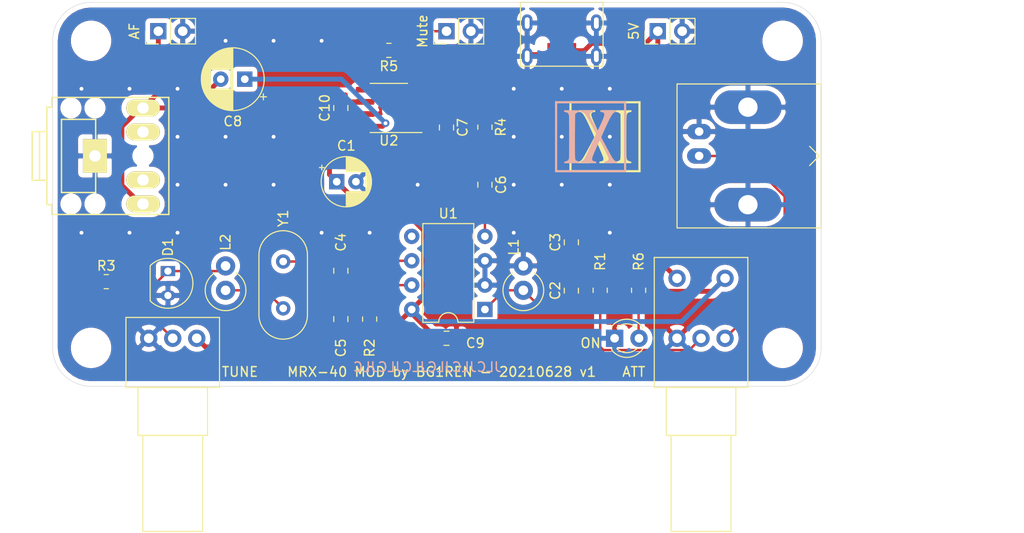
<source format=kicad_pcb>
(kicad_pcb (version 20171130) (host pcbnew "(5.1.9-0-10_14)")
  (layers (0 F.Cu signal) (31 B.Cu signal) (34 B.Paste user) (35 F.Paste user) (36 B.SilkS user) (37 F.SilkS user) (38 B.Mask user) (39 F.Mask user) (44 Edge.Cuts user))
  (net 0 "")
  (net 1 /AF_OUT)
  (net 2 GND)
  (net 3 /5V)
  (net 4 /RF)
  (net 5 "Net-(C2-Pad1)")
  (net 6 "Net-(C4-Pad2)")
  (net 7 "Net-(C4-Pad1)")
  (net 8 /AF)
  (net 9 "Net-(C6-Pad1)")
  (net 10 "Net-(C7-Pad1)")
  (net 11 "Net-(C8-Pad1)")
  (net 12 "Net-(D1-Pad1)")
  (net 13 /ANT)
  (net 14 /MUTE)
  (net 15 /5V_in)
  (net 16 "Net-(L2-Pad1)")
  (net 17 "Net-(R1-Pad2)")
  (net 18 "Net-(R3-Pad1)")
  (net 19 "Net-(R4-Pad1)")
  (net 20 "Net-(R5-Pad2)")
  (net 21 "Net-(D2-Pad2)")
  (module Connector_PinHeader_2.54mm:PinHeader_1x02_P2.54mm_Vertical (layer F.Cu) (at 113 139 90)
    (fp_text reference J5 hide)
    (fp_text value AF (at 0 -2.5 90) (layer F.SilkS))
    (pad 2 thru_hole oval (at 0 2.54 90) (size 1.7 1.7) (drill 1) (layers *.Cu *.Mask) (net 2 GND))
    (pad 1 thru_hole rect (at 0 0 90) (size 1.7 1.7) (drill 1) (layers *.Cu *.Mask) (net 1 /AF_OUT))
  )
  (module bg1ren:Tayda_3.5mm_stereo_TRS_jack_A-853 (layer F.Cu) (at 108 152 90)
    (fp_text reference AF1 hide)
    (fp_text value AudioJack3_SwitchTR hide)
    (pad "" np_thru_hole circle (at 0 3.404 90) (size 1.2 1.2) (drill 1.2) (layers *.Cu *.Mask))
    (pad "" np_thru_hole circle (at -5 -4.096 90) (size 1.2 1.2) (drill 1.2) (layers *.Cu *.Mask))
    (pad "" np_thru_hole circle (at -5 -1.596 90) (size 1.2 1.2) (drill 1.2) (layers *.Cu *.Mask))
    (pad "" np_thru_hole circle (at 5 -4.096 90) (size 1.2 1.2) (drill 1.2) (layers *.Cu *.Mask))
    (pad "" np_thru_hole circle (at 5 -1.596 90) (size 1.2 1.2) (drill 1.2) (layers *.Cu *.Mask))
    (pad TN thru_hole oval (at -2.5 3.41 90) (size 1.75 3.5) (drill 1.2) (layers *.Cu *.Mask F.SilkS))
    (pad RN thru_hole oval (at 2.5 3.41 90) (size 1.75 3.5) (drill 1.2) (layers *.Cu *.Mask F.SilkS))
    (pad T thru_hole oval (at -5 3.41 90) (size 1.75 3.5) (drill 1.2) (layers *.Cu *.Mask F.SilkS) (net 1 /AF_OUT))
    (pad R thru_hole oval (at 5 3.41 90) (size 1.75 3.5) (drill 1.2) (layers *.Cu *.Mask F.SilkS) (net 1 /AF_OUT))
    (pad S thru_hole rect (at 0 -1.596 90) (size 3.5 2.5) (drill 1.2) (layers *.Cu *.Mask F.SilkS) (net 2 GND))
  )
  (module bg1ren:MicroUSB5P-A01SB141B1-261 (layer F.Cu) (at 155 136 180)
    (fp_text reference J3 hide)
    (fp_text value USB_B_Micro)
    (pad "" np_thru_hole circle (at -2 -4.3 180) (size 0.55 0.55) (drill 0.55) (layers *.Cu *.Mask))
    (pad "" np_thru_hole circle (at 2 -4.3 180) (size 0.55 0.55) (drill 0.55) (layers *.Cu *.Mask))
    (pad 1 smd rect (at -1.3 -5.31 180) (size 0.4 2.15) (layers F.Cu F.Paste F.Mask) (net 15 /5V_in))
    (pad 2 smd rect (at -0.65 -5.31 180) (size 0.4 2.15) (layers F.Cu F.Paste F.Mask))
    (pad 5 smd rect (at 1.3 -5.31 180) (size 0.4 2.15) (layers F.Cu F.Paste F.Mask) (net 2 GND))
    (pad 4 smd rect (at 0.65 -5.31 180) (size 0.4 2.15) (layers F.Cu F.Paste F.Mask))
    (pad 3 smd rect (at 0 -5.31 180) (size 0.4 2.15) (layers F.Cu F.Paste F.Mask))
    (pad 6 thru_hole oval (at -3.6 -5.62 180) (size 1.1 1.8) (drill oval 0.5 1.2) (layers *.Cu *.Mask) (net 2 GND))
    (pad 6 thru_hole oval (at 3.6 -5.62 180) (size 1.1 1.8) (drill oval 0.5 1.2) (layers *.Cu *.Mask) (net 2 GND))
    (pad 6 thru_hole oval (at -3.6 -2.15 180) (size 1.1 1.8) (drill oval 0.5 1.2) (layers *.Cu *.Mask) (net 2 GND))
    (pad 6 thru_hole oval (at 3.6 -2.15 180) (size 1.1 1.8) (drill oval 0.5 1.2) (layers *.Cu *.Mask) (net 2 GND))
  )
  (module bg1ren:BNC_Amphenol_B6252HB-NPP3G-50_Horizontal (layer F.Cu) (at 169.3 152 270)
    (fp_text reference J1 hide)
    (fp_text value Ant)
    (pad 2 thru_hole oval (at -2.54 0 270) (size 1.6 2.5) (drill 0.89) (layers *.Cu *.Mask) (net 2 GND))
    (pad 1 thru_hole oval (at 0 0 270) (size 1.6 2.5) (drill 0.89) (layers *.Cu *.Mask) (net 13 /ANT))
    (pad 2 thru_hole oval (at 5.08 -5.08 270) (size 3.5 7) (drill 2.01) (layers *.Cu *.Mask) (net 2 GND))
    (pad 2 thru_hole oval (at -5.08 -5.08 270) (size 3.5 7) (drill 2.01) (layers *.Cu *.Mask) (net 2 GND))
  )
  (module xi:xi-logo-c-08_08 (layer B.Cu) (at 158 150 180)
    (fp_text reference G*** hide)
    (fp_text value LOGO hide)
  )
  (module xi:xi-logo-c-08_08 (layer F.Cu) (at 159.5 150)
    (fp_text reference G*** hide)
    (fp_text value LOGO hide)
  )
  (module Capacitor_THT:CP_Radial_D5.0mm_P2.00mm (layer F.Cu) (at 131.572 154.686)
    (fp_text reference C1 (at 1 -3.75) (layer F.SilkS))
    (fp_text value 220u)
    (pad 2 thru_hole circle (at 2 0) (size 1.6 1.6) (drill 0.8) (layers *.Cu *.Mask) (net 2 GND))
    (pad 1 thru_hole rect (at 0 0) (size 1.6 1.6) (drill 0.8) (layers *.Cu *.Mask) (net 3 /5V))
  )
  (module Resistor_SMD:R_0805_2012Metric_Pad1.20x1.40mm_HandSolder (layer F.Cu) (at 163 166 90)
    (fp_text reference R6 (at 3 0 90) (layer F.SilkS))
    (fp_text value 10K)
    (pad 2 smd roundrect (at 1 0 90) (size 1.2 1.4) (layers F.Cu F.Paste F.Mask) (roundrect_rratio 0.2083325) (net 3 /5V))
    (pad 1 smd roundrect (at -1 0 90) (size 1.2 1.4) (layers F.Cu F.Paste F.Mask) (roundrect_rratio 0.2083325) (net 21 "Net-(D2-Pad2)"))
  )
  (module LED_THT:LED_D3.0mm (layer F.Cu) (at 160.5 171)
    (fp_text reference D2 hide)
    (fp_text value ON (at -2.5 0.5) (layer F.SilkS))
    (pad 2 thru_hole circle (at 2.54 0) (size 1.8 1.8) (drill 0.9) (layers *.Cu *.Mask) (net 21 "Net-(D2-Pad2)"))
    (pad 1 thru_hole rect (at 0 0) (size 1.8 1.8) (drill 0.9) (layers *.Cu *.Mask) (net 2 GND))
  )
  (module Capacitor_SMD:C_0805_2012Metric_Pad1.18x1.45mm_HandSolder (layer F.Cu) (at 132 147 90)
    (fp_text reference C10 (at 0 -1.68 90) (layer F.SilkS))
    (fp_text value 10n)
    (pad 2 smd roundrect (at 1.0375 0 90) (size 1.175 1.45) (layers F.Cu F.Paste F.Mask) (roundrect_rratio 0.2127659574468085) (net 3 /5V))
    (pad 1 smd roundrect (at -1.0375 0 90) (size 1.175 1.45) (layers F.Cu F.Paste F.Mask) (roundrect_rratio 0.2127659574468085) (net 2 GND))
  )
  (module Capacitor_SMD:C_0805_2012Metric_Pad1.18x1.45mm_HandSolder (layer F.Cu) (at 143 171)
    (fp_text reference C9 (at 3 0.5) (layer F.SilkS))
    (fp_text value 10n)
    (pad 2 smd roundrect (at 1.0375 0) (size 1.175 1.45) (layers F.Cu F.Paste F.Mask) (roundrect_rratio 0.2127659574468085) (net 2 GND))
    (pad 1 smd roundrect (at -1.0375 0) (size 1.175 1.45) (layers F.Cu F.Paste F.Mask) (roundrect_rratio 0.2127659574468085) (net 3 /5V))
  )
  (module Connector_PinHeader_2.54mm:PinHeader_1x02_P2.54mm_Vertical (layer F.Cu) (at 165 139 90)
    (fp_text reference J4 hide)
    (fp_text value 5V (at 0 -2.5 90) (layer F.SilkS))
    (pad 2 thru_hole oval (at 0 2.54 90) (size 1.7 1.7) (drill 1) (layers *.Cu *.Mask) (net 2 GND))
    (pad 1 thru_hole rect (at 0 0 90) (size 1.7 1.7) (drill 1) (layers *.Cu *.Mask) (net 15 /5V_in))
  )
  (module MountingHole:MountingHole_3.2mm_M3 (layer F.Cu) (at 106 140)
    (fp_text reference REF** hide)
    (fp_text value MountingHole_3.2mm_M3)
    (pad 1 np_thru_hole circle (at 0 0) (size 3.2 3.2) (drill 3.2) (layers *.Cu *.Mask))
  )
  (module MountingHole:MountingHole_3.2mm_M3 (layer F.Cu) (at 106 172)
    (fp_text reference REF** hide)
    (fp_text value MountingHole_3.2mm_M3)
    (pad 1 np_thru_hole circle (at 0 0) (size 3.2 3.2) (drill 3.2) (layers *.Cu *.Mask))
  )
  (module MountingHole:MountingHole_3.2mm_M3 (layer F.Cu) (at 178 140)
    (fp_text reference REF** hide)
    (fp_text value MountingHole_3.2mm_M3)
    (pad 1 np_thru_hole circle (at 0 0) (size 3.2 3.2) (drill 3.2) (layers *.Cu *.Mask))
  )
  (module MountingHole:MountingHole_3.2mm_M3 (layer F.Cu) (at 178 172)
    (fp_text reference REF** hide)
    (fp_text value MountingHole_3.2mm_M3)
    (pad 1 np_thru_hole circle (at 0 0) (size 3.2 3.2) (drill 3.2) (layers *.Cu *.Mask))
  )
  (module Inductor_THT:L_Axial_L9.5mm_D4.0mm_P2.54mm_Vertical_Fastron_SMCC (layer F.Cu) (at 120 166 90)
    (fp_text reference L2 (at 5 0 90) (layer F.SilkS))
    (fp_text value 15u)
    (pad 2 thru_hole oval (at 2.54 0 90) (size 2 2) (drill 1) (layers *.Cu *.Mask) (net 12 "Net-(D1-Pad1)"))
    (pad 1 thru_hole circle (at 0 0 90) (size 2 2) (drill 1) (layers *.Cu *.Mask) (net 16 "Net-(L2-Pad1)"))
  )
  (module Inductor_THT:L_Axial_L9.5mm_D4.0mm_P2.54mm_Vertical_Fastron_SMCC (layer F.Cu) (at 151 166 90)
    (fp_text reference L1 (at 4.5 -1 90) (layer F.SilkS))
    (fp_text value 5.6u)
    (pad 2 thru_hole oval (at 2.54 0 90) (size 2 2) (drill 1) (layers *.Cu *.Mask) (net 2 GND))
    (pad 1 thru_hole circle (at 0 0 90) (size 2 2) (drill 1) (layers *.Cu *.Mask) (net 5 "Net-(C2-Pad1)"))
  )
  (module Crystal:Crystal_HC49-U_Vertical (layer F.Cu) (at 126 163 270)
    (fp_text reference Y1 (at -4.5 0 90) (layer F.SilkS))
    (fp_text value 7.023)
    (pad 2 thru_hole circle (at 4.88 0 270) (size 1.5 1.5) (drill 0.8) (layers *.Cu *.Mask) (net 16 "Net-(L2-Pad1)"))
    (pad 1 thru_hole circle (at 0 0 270) (size 1.5 1.5) (drill 0.8) (layers *.Cu *.Mask) (net 6 "Net-(C4-Pad2)"))
  )
  (module Package_SO:SOIC-8_3.9x4.9mm_P1.27mm (layer F.Cu) (at 137 147 180)
    (fp_text reference U2 (at 0 -3.4) (layer F.SilkS))
    (fp_text value FM8002A)
    (pad 8 smd roundrect (at 2.475 -1.905 180) (size 1.95 0.6) (layers F.Cu F.Paste F.Mask) (net 11 "Net-(C8-Pad1)"))
    (pad 7 smd roundrect (at 2.475 -0.635 180) (size 1.95 0.6) (layers F.Cu F.Paste F.Mask) (net 2 GND))
    (pad 6 smd roundrect (at 2.475 0.635 180) (size 1.95 0.6) (layers F.Cu F.Paste F.Mask) (net 3 /5V))
    (pad 5 smd roundrect (at 2.475 1.905 180) (size 1.95 0.6) (layers F.Cu F.Paste F.Mask) (net 20 "Net-(R5-Pad2)"))
    (pad 4 smd roundrect (at -2.475 1.905 180) (size 1.95 0.6) (layers F.Cu F.Paste F.Mask) (net 19 "Net-(R4-Pad1)"))
    (pad 3 smd roundrect (at -2.475 0.635 180) (size 1.95 0.6) (layers F.Cu F.Paste F.Mask) (net 10 "Net-(C7-Pad1)"))
    (pad 2 smd roundrect (at -2.475 -0.635 180) (size 1.95 0.6) (layers F.Cu F.Paste F.Mask) (net 10 "Net-(C7-Pad1)"))
    (pad 1 smd roundrect (at -2.475 -1.905 180) (size 1.95 0.6) (layers F.Cu F.Paste F.Mask) (net 14 /MUTE))
  )
  (module Package_DIP:DIP-8_W7.62mm (layer F.Cu) (at 147 168 180)
    (fp_text reference U1 (at 3.81 10) (layer F.SilkS))
    (fp_text value NE602)
    (pad 8 thru_hole oval (at 7.62 0 180) (size 1.6 1.6) (drill 0.8) (layers *.Cu *.Mask) (net 3 /5V))
    (pad 4 thru_hole oval (at 0 7.62 180) (size 1.6 1.6) (drill 0.8) (layers *.Cu *.Mask) (net 8 /AF))
    (pad 7 thru_hole oval (at 7.62 2.54 180) (size 1.6 1.6) (drill 0.8) (layers *.Cu *.Mask) (net 7 "Net-(C4-Pad1)"))
    (pad 3 thru_hole oval (at 0 5.08 180) (size 1.6 1.6) (drill 0.8) (layers *.Cu *.Mask) (net 2 GND))
    (pad 6 thru_hole oval (at 7.62 5.08 180) (size 1.6 1.6) (drill 0.8) (layers *.Cu *.Mask) (net 6 "Net-(C4-Pad2)"))
    (pad 2 thru_hole oval (at 0 2.54 180) (size 1.6 1.6) (drill 0.8) (layers *.Cu *.Mask) (net 2 GND))
    (pad 5 thru_hole oval (at 7.62 7.62 180) (size 1.6 1.6) (drill 0.8) (layers *.Cu *.Mask))
    (pad 1 thru_hole rect (at 0 0 180) (size 1.6 1.6) (drill 0.8) (layers *.Cu *.Mask) (net 5 "Net-(C2-Pad1)"))
  )
  (module bg1ren:Potentiometer_Alps_RK097_Single_Horizontal (layer F.Cu) (at 112 171 270)
    (fp_text reference RV2 hide)
    (fp_text value 10K)
    (pad 1 thru_hole circle (at 0 0 270) (size 1.8 1.8) (drill 1) (layers *.Cu *.Mask) (net 2 GND))
    (pad 2 thru_hole circle (at 0 -2.5 270) (size 1.8 1.8) (drill 1) (layers *.Cu *.Mask) (net 18 "Net-(R3-Pad1)"))
    (pad 3 thru_hole circle (at 0 -5 270) (size 1.8 1.8) (drill 1) (layers *.Cu *.Mask) (net 3 /5V))
  )
  (module bg1ren:Potentiometer_Alps_RK097_Single_SW_Horizontal (layer F.Cu) (at 167 171 270)
    (fp_text reference RV1 hide)
    (fp_text value 10K)
    (pad 4 thru_hole circle (at -6.25 0 270) (size 1.8 1.8) (drill 1) (layers *.Cu *.Mask) (net 15 /5V_in))
    (pad 5 thru_hole circle (at -6.25 -5 270) (size 1.8 1.8) (drill 1) (layers *.Cu *.Mask) (net 3 /5V))
    (pad 1 thru_hole circle (at 0 0 270) (size 1.8 1.8) (drill 1) (layers *.Cu *.Mask) (net 2 GND))
    (pad 2 thru_hole circle (at 0 -2.5 270) (size 1.8 1.8) (drill 1) (layers *.Cu *.Mask) (net 17 "Net-(R1-Pad2)"))
    (pad 3 thru_hole circle (at 0 -5 270) (size 1.8 1.8) (drill 1) (layers *.Cu *.Mask) (net 13 /ANT))
  )
  (module Resistor_SMD:R_0805_2012Metric_Pad1.20x1.40mm_HandSolder (layer F.Cu) (at 137 141 180)
    (fp_text reference R5 (at 0 -1.65) (layer F.SilkS))
    (fp_text value 470K)
    (pad 2 smd roundrect (at 1 0 180) (size 1.2 1.4) (layers F.Cu F.Paste F.Mask) (roundrect_rratio 0.2083325) (net 20 "Net-(R5-Pad2)"))
    (pad 1 smd roundrect (at -1 0 180) (size 1.2 1.4) (layers F.Cu F.Paste F.Mask) (roundrect_rratio 0.2083325) (net 19 "Net-(R4-Pad1)"))
  )
  (module Resistor_SMD:R_0805_2012Metric_Pad1.20x1.40mm_HandSolder (layer F.Cu) (at 147 149 270)
    (fp_text reference R4 (at 0 -1.65 90) (layer F.SilkS))
    (fp_text value 4.7K)
    (pad 2 smd roundrect (at 1 0 270) (size 1.2 1.4) (layers F.Cu F.Paste F.Mask) (roundrect_rratio 0.2083325) (net 9 "Net-(C6-Pad1)"))
    (pad 1 smd roundrect (at -1 0 270) (size 1.2 1.4) (layers F.Cu F.Paste F.Mask) (roundrect_rratio 0.2083325) (net 19 "Net-(R4-Pad1)"))
  )
  (module Resistor_SMD:R_0805_2012Metric_Pad1.20x1.40mm_HandSolder (layer F.Cu) (at 107.585 165.1)
    (fp_text reference R3 (at 0 -1.65) (layer F.SilkS))
    (fp_text value 100K)
    (pad 2 smd roundrect (at 1 0) (size 1.2 1.4) (layers F.Cu F.Paste F.Mask) (roundrect_rratio 0.2083325) (net 12 "Net-(D1-Pad1)"))
    (pad 1 smd roundrect (at -1 0) (size 1.2 1.4) (layers F.Cu F.Paste F.Mask) (roundrect_rratio 0.2083325) (net 18 "Net-(R3-Pad1)"))
  )
  (module Resistor_SMD:R_0805_2012Metric_Pad1.20x1.40mm_HandSolder (layer F.Cu) (at 135 169 90)
    (fp_text reference R2 (at -3 0 90) (layer F.SilkS))
    (fp_text value 10K)
    (pad 2 smd roundrect (at 1 0 90) (size 1.2 1.4) (layers F.Cu F.Paste F.Mask) (roundrect_rratio 0.2083325) (net 7 "Net-(C4-Pad1)"))
    (pad 1 smd roundrect (at -1 0 90) (size 1.2 1.4) (layers F.Cu F.Paste F.Mask) (roundrect_rratio 0.2083325) (net 2 GND))
  )
  (module Resistor_SMD:R_0805_2012Metric_Pad1.20x1.40mm_HandSolder (layer F.Cu) (at 159 166 270)
    (fp_text reference R1 (at -3 0 90) (layer F.SilkS))
    (fp_text value 47)
    (pad 2 smd roundrect (at 1 0 270) (size 1.2 1.4) (layers F.Cu F.Paste F.Mask) (roundrect_rratio 0.2083325) (net 17 "Net-(R1-Pad2)"))
    (pad 1 smd roundrect (at -1 0 270) (size 1.2 1.4) (layers F.Cu F.Paste F.Mask) (roundrect_rratio 0.2083325) (net 4 /RF))
  )
  (module Connector_PinHeader_2.54mm:PinHeader_1x02_P2.54mm_Vertical (layer F.Cu) (at 143 139 90)
    (fp_text reference J2 hide)
    (fp_text value Mute (at 0 -2.5 90) (layer F.SilkS))
    (pad 2 thru_hole oval (at 0 2.54 90) (size 1.7 1.7) (drill 1) (layers *.Cu *.Mask) (net 2 GND))
    (pad 1 thru_hole rect (at 0 0 90) (size 1.7 1.7) (drill 1) (layers *.Cu *.Mask) (net 14 /MUTE))
  )
  (module Package_TO_SOT_THT:TO-92-2 (layer F.Cu) (at 114 164 270)
    (fp_text reference D1 (at -2.5 0 90) (layer F.SilkS))
    (fp_text value BB910)
    (pad 1 thru_hole rect (at 0 0 270) (size 1.05 1.5) (drill 0.75) (layers *.Cu *.Mask) (net 12 "Net-(D1-Pad1)"))
    (pad 2 thru_hole oval (at 2.54 0 270) (size 1.05 1.5) (drill 0.75) (layers *.Cu *.Mask) (net 2 GND))
  )
  (module Capacitor_THT:CP_Radial_D6.3mm_P2.50mm (layer F.Cu) (at 122 144 180)
    (fp_text reference C8 (at 1.25 -4.4) (layer F.SilkS))
    (fp_text value 470u)
    (pad 2 thru_hole circle (at 2.5 0 180) (size 1.6 1.6) (drill 0.8) (layers *.Cu *.Mask) (net 1 /AF_OUT))
    (pad 1 thru_hole rect (at 0 0 180) (size 1.6 1.6) (drill 0.8) (layers *.Cu *.Mask) (net 11 "Net-(C8-Pad1)"))
  )
  (module Capacitor_SMD:C_0805_2012Metric_Pad1.18x1.45mm_HandSolder (layer F.Cu) (at 143 149.0375 270)
    (fp_text reference C7 (at 0 -1.68 90) (layer F.SilkS))
    (fp_text value 1u)
    (pad 2 smd roundrect (at 1.0375 0 270) (size 1.175 1.45) (layers F.Cu F.Paste F.Mask) (roundrect_rratio 0.2127659574468085) (net 2 GND))
    (pad 1 smd roundrect (at -1.0375 0 270) (size 1.175 1.45) (layers F.Cu F.Paste F.Mask) (roundrect_rratio 0.2127659574468085) (net 10 "Net-(C7-Pad1)"))
  )
  (module Capacitor_SMD:C_0805_2012Metric_Pad1.18x1.45mm_HandSolder (layer F.Cu) (at 147 155 270)
    (fp_text reference C6 (at 0 -1.68 90) (layer F.SilkS))
    (fp_text value 1u)
    (pad 2 smd roundrect (at 1.0375 0 270) (size 1.175 1.45) (layers F.Cu F.Paste F.Mask) (roundrect_rratio 0.2127659574468085) (net 8 /AF))
    (pad 1 smd roundrect (at -1.0375 0 270) (size 1.175 1.45) (layers F.Cu F.Paste F.Mask) (roundrect_rratio 0.2127659574468085) (net 9 "Net-(C6-Pad1)"))
  )
  (module Capacitor_SMD:C_0805_2012Metric_Pad1.18x1.45mm_HandSolder (layer F.Cu) (at 132 169 270)
    (fp_text reference C5 (at 3 0 90) (layer F.SilkS))
    (fp_text value 82p)
    (pad 2 smd roundrect (at 1.0375 0 270) (size 1.175 1.45) (layers F.Cu F.Paste F.Mask) (roundrect_rratio 0.2127659574468085) (net 2 GND))
    (pad 1 smd roundrect (at -1.0375 0 270) (size 1.175 1.45) (layers F.Cu F.Paste F.Mask) (roundrect_rratio 0.2127659574468085) (net 7 "Net-(C4-Pad1)"))
  )
  (module Capacitor_SMD:C_0805_2012Metric_Pad1.18x1.45mm_HandSolder (layer F.Cu) (at 132 163.9625 90)
    (fp_text reference C4 (at 2.9625 0 90) (layer F.SilkS))
    (fp_text value 270p)
    (pad 2 smd roundrect (at 1.0375 0 90) (size 1.175 1.45) (layers F.Cu F.Paste F.Mask) (roundrect_rratio 0.2127659574468085) (net 6 "Net-(C4-Pad2)"))
    (pad 1 smd roundrect (at -1.0375 0 90) (size 1.175 1.45) (layers F.Cu F.Paste F.Mask) (roundrect_rratio 0.2127659574468085) (net 7 "Net-(C4-Pad1)"))
  )
  (module Capacitor_SMD:C_0805_2012Metric_Pad1.18x1.45mm_HandSolder (layer F.Cu) (at 156 161 90)
    (fp_text reference C3 (at 0 -1.68 90) (layer F.SilkS))
    (fp_text value 470p)
    (pad 2 smd roundrect (at 1.0375 0 90) (size 1.175 1.45) (layers F.Cu F.Paste F.Mask) (roundrect_rratio 0.2127659574468085) (net 2 GND))
    (pad 1 smd roundrect (at -1.0375 0 90) (size 1.175 1.45) (layers F.Cu F.Paste F.Mask) (roundrect_rratio 0.2127659574468085) (net 4 /RF))
  )
  (module Capacitor_SMD:C_0805_2012Metric_Pad1.18x1.45mm_HandSolder (layer F.Cu) (at 156 166.0375 90)
    (fp_text reference C2 (at 0 -1.68 90) (layer F.SilkS))
    (fp_text value 91p)
    (pad 2 smd roundrect (at 1.0375 0 90) (size 1.175 1.45) (layers F.Cu F.Paste F.Mask) (roundrect_rratio 0.2127659574468085) (net 4 /RF))
    (pad 1 smd roundrect (at -1.0375 0 90) (size 1.175 1.45) (layers F.Cu F.Paste F.Mask) (roundrect_rratio 0.2127659574468085) (net 5 "Net-(C2-Pad1)"))
  )
  (gr_text JLCJLCJLCJLCJLCJLC (at 141 174) (layer B.SilkS) (effects (font (size 1 1)) (justify mirror)))
  (gr_text "MRX-40 MOD by BG1REN - 20210628 v1" (at 142.5 174.5) (layer F.SilkS) (effects (font (size 1 1))))
  (gr_text ATT (at 162.5 174.5) (layer F.SilkS) (effects (font (size 1 1))))
  (gr_text TUNE (at 121.5 174.5) (layer F.SilkS) (effects (font (size 1 1))))
  (gr_arc (start 106 172) (end 102 172) (angle -90) (layer Edge.Cuts) (width 0.05))
  (gr_arc (start 106 140) (end 106 136) (angle -90) (layer Edge.Cuts) (width 0.05))
  (gr_arc (start 178 140) (end 182 140) (angle -90) (layer Edge.Cuts) (width 0.05))
  (gr_arc (start 178 172) (end 178 176) (angle -90) (layer Edge.Cuts) (width 0.05))
  (gr_line (start 178 136) (end 106 136) (layer Edge.Cuts) (width 0.05))
  (gr_line (start 182 172) (end 182 140) (layer Edge.Cuts) (width 0.05))
  (gr_line (start 106 176) (end 178 176) (layer Edge.Cuts) (width 0.05))
  (gr_line (start 102 140) (end 102 172) (layer Edge.Cuts) (width 0.05))
  (segment (start 116.5 147) (end 119.5 144) (width 0.508) (layer F.Cu) (net 1))
  (segment (start 111.41 147) (end 116.5 147) (width 0.508) (layer F.Cu) (net 1))
  (segment (start 109.20599 155.050493) (end 111.155497 157) (width 0.508) (layer F.Cu) (net 1))
  (segment (start 109.20599 148.949507) (end 109.20599 155.050493) (width 0.508) (layer F.Cu) (net 1))
  (segment (start 111.155497 157) (end 111.41 157) (width 0.508) (layer F.Cu) (net 1))
  (segment (start 111.155497 147) (end 109.20599 148.949507) (width 0.508) (layer F.Cu) (net 1))
  (segment (start 111.41 147) (end 111.155497 147) (width 0.508) (layer F.Cu) (net 1))
  (segment (start 113 145.41) (end 111.41 147) (width 0.508) (layer F.Cu) (net 1))
  (segment (start 113 139) (end 113 145.41) (width 0.508) (layer F.Cu) (net 1))
  (via (at 120 140) (size 0.8) (drill 0.4) (layers F.Cu B.Cu) (net 2))
  (via (at 160 155) (size 0.8) (drill 0.4) (layers F.Cu B.Cu) (net 2))
  (via (at 155 155) (size 0.8) (drill 0.4) (layers F.Cu B.Cu) (net 2))
  (via (at 155 150) (size 0.8) (drill 0.4) (layers F.Cu B.Cu) (net 2))
  (via (at 150 150) (size 0.8) (drill 0.4) (layers F.Cu B.Cu) (net 2))
  (via (at 150 155) (size 0.8) (drill 0.4) (layers F.Cu B.Cu) (net 2))
  (via (at 150 160) (size 0.8) (drill 0.4) (layers F.Cu B.Cu) (net 2))
  (via (at 160 160) (size 0.8) (drill 0.4) (layers F.Cu B.Cu) (net 2))
  (via (at 155 145) (size 0.8) (drill 0.4) (layers F.Cu B.Cu) (net 2))
  (via (at 150 145) (size 0.8) (drill 0.4) (layers F.Cu B.Cu) (net 2))
  (via (at 120 150) (size 0.8) (drill 0.4) (layers F.Cu B.Cu) (net 2))
  (via (at 125 150) (size 0.8) (drill 0.4) (layers F.Cu B.Cu) (net 2))
  (via (at 125 155) (size 0.8) (drill 0.4) (layers F.Cu B.Cu) (net 2))
  (via (at 120 155) (size 0.8) (drill 0.4) (layers F.Cu B.Cu) (net 2))
  (via (at 115 160) (size 0.8) (drill 0.4) (layers F.Cu B.Cu) (net 2))
  (via (at 110 160) (size 0.8) (drill 0.4) (layers F.Cu B.Cu) (net 2))
  (via (at 105 160) (size 0.8) (drill 0.4) (layers F.Cu B.Cu) (net 2))
  (via (at 115 150) (size 0.8) (drill 0.4) (layers F.Cu B.Cu) (net 2))
  (via (at 115 155) (size 0.8) (drill 0.4) (layers F.Cu B.Cu) (net 2))
  (via (at 115 145) (size 0.8) (drill 0.4) (layers F.Cu B.Cu) (net 2))
  (via (at 110 145) (size 0.8) (drill 0.4) (layers F.Cu B.Cu) (net 2))
  (via (at 105 145) (size 0.8) (drill 0.4) (layers F.Cu B.Cu) (net 2))
  (via (at 125 140) (size 0.8) (drill 0.4) (layers F.Cu B.Cu) (net 2))
  (via (at 130 140) (size 0.8) (drill 0.4) (layers F.Cu B.Cu) (net 2))
  (via (at 140 155) (size 0.8) (drill 0.4) (layers F.Cu B.Cu) (net 2))
  (via (at 135 160) (size 0.8) (drill 0.4) (layers F.Cu B.Cu) (net 2))
  (via (at 130 160) (size 0.8) (drill 0.4) (layers F.Cu B.Cu) (net 2))
  (via (at 160 150) (size 0.8) (drill 0.4) (layers F.Cu B.Cu) (net 2))
  (via (at 160 145) (size 0.8) (drill 0.4) (layers F.Cu B.Cu) (net 2))
  (segment (start 132.4025 147.635) (end 132 148.0375) (width 0.508) (layer F.Cu) (net 2))
  (segment (start 134.525 147.635) (end 132.4025 147.635) (width 0.508) (layer F.Cu) (net 2))
  (segment (start 151.71 141.31) (end 151.4 141.62) (width 0.25) (layer F.Cu) (net 2))
  (segment (start 153.7 141.31) (end 151.71 141.31) (width 0.25) (layer F.Cu) (net 2))
  (segment (start 139.38 168.4175) (end 141.9625 171) (width 0.508) (layer F.Cu) (net 3))
  (segment (start 139.38 168) (end 139.38 168.4175) (width 0.508) (layer F.Cu) (net 3))
  (segment (start 117.899999 171.899999) (end 117 171) (width 0.508) (layer F.Cu) (net 3))
  (segment (start 135.480001 171.899999) (end 117.899999 171.899999) (width 0.508) (layer F.Cu) (net 3))
  (segment (start 139.38 168) (end 135.480001 171.899999) (width 0.508) (layer F.Cu) (net 3))
  (segment (start 132.4025 146.365) (end 132 145.9625) (width 0.508) (layer F.Cu) (net 3))
  (segment (start 134.525 146.365) (end 132.4025 146.365) (width 0.508) (layer F.Cu) (net 3))
  (segment (start 130.82099 153.93499) (end 131.572 154.686) (width 0.508) (layer F.Cu) (net 3))
  (segment (start 130.82099 147.14151) (end 130.82099 153.93499) (width 0.508) (layer F.Cu) (net 3))
  (segment (start 132 145.9625) (end 130.82099 147.14151) (width 0.508) (layer F.Cu) (net 3))
  (segment (start 136.795923 155.940001) (end 140.634001 159.778079) (width 0.508) (layer F.Cu) (net 3))
  (segment (start 140.634001 159.778079) (end 140.634001 166.745999) (width 0.508) (layer F.Cu) (net 3))
  (segment (start 132.826001 155.940001) (end 136.795923 155.940001) (width 0.508) (layer F.Cu) (net 3))
  (segment (start 140.634001 166.745999) (end 139.38 168) (width 0.508) (layer F.Cu) (net 3))
  (segment (start 131.572 154.686) (end 132.826001 155.940001) (width 0.508) (layer F.Cu) (net 3))
  (segment (start 164.104001 166.104001) (end 163 165) (width 0.508) (layer F.Cu) (net 3))
  (segment (start 170.645999 166.104001) (end 164.104001 166.104001) (width 0.508) (layer F.Cu) (net 3))
  (segment (start 172 164.75) (end 170.645999 166.104001) (width 0.508) (layer F.Cu) (net 3))
  (segment (start 167.495999 169.254001) (end 140.634001 169.254001) (width 0.508) (layer B.Cu) (net 3))
  (segment (start 140.634001 169.254001) (end 139.38 168) (width 0.508) (layer B.Cu) (net 3))
  (segment (start 172 164.75) (end 167.495999 169.254001) (width 0.508) (layer B.Cu) (net 3))
  (segment (start 159 165) (end 156 165) (width 0.25) (layer F.Cu) (net 4))
  (segment (start 156 165) (end 156 162.0375) (width 0.25) (layer F.Cu) (net 4))
  (segment (start 152.075 167.075) (end 151 166) (width 0.25) (layer F.Cu) (net 5))
  (segment (start 156 167.075) (end 152.075 167.075) (width 0.25) (layer F.Cu) (net 5))
  (segment (start 149 166) (end 147 168) (width 0.25) (layer F.Cu) (net 5))
  (segment (start 151 166) (end 149 166) (width 0.25) (layer F.Cu) (net 5))
  (segment (start 131.925 163) (end 132 162.925) (width 0.25) (layer F.Cu) (net 6))
  (segment (start 126 163) (end 131.925 163) (width 0.25) (layer F.Cu) (net 6))
  (segment (start 139.375 162.925) (end 139.38 162.92) (width 0.25) (layer F.Cu) (net 6))
  (segment (start 132 162.925) (end 139.375 162.925) (width 0.25) (layer F.Cu) (net 6))
  (segment (start 137.54 165.46) (end 135 168) (width 0.25) (layer F.Cu) (net 7))
  (segment (start 139.38 165.46) (end 137.54 165.46) (width 0.25) (layer F.Cu) (net 7))
  (segment (start 134.9625 167.9625) (end 135 168) (width 0.25) (layer F.Cu) (net 7))
  (segment (start 132 167.9625) (end 134.9625 167.9625) (width 0.25) (layer F.Cu) (net 7))
  (segment (start 132 167.9625) (end 132 165) (width 0.25) (layer F.Cu) (net 7))
  (segment (start 147 160.38) (end 147 156.0375) (width 0.25) (layer F.Cu) (net 8))
  (segment (start 147 153.9625) (end 147 150) (width 0.25) (layer F.Cu) (net 9))
  (segment (start 139.84 148) (end 139.475 147.635) (width 0.25) (layer F.Cu) (net 10))
  (segment (start 143 148) (end 139.84 148) (width 0.25) (layer F.Cu) (net 10))
  (segment (start 139.475 147.635) (end 139.475 146.365) (width 0.25) (layer F.Cu) (net 10))
  (via (at 136.652 148.59) (size 0.8) (drill 0.4) (layers F.Cu B.Cu) (net 11))
  (segment (start 132.062 144) (end 136.652 148.59) (width 0.508) (layer B.Cu) (net 11))
  (segment (start 122 144) (end 132.062 144) (width 0.508) (layer B.Cu) (net 11))
  (segment (start 136.337 148.905) (end 136.652 148.59) (width 0.508) (layer F.Cu) (net 11))
  (segment (start 134.525 148.905) (end 136.337 148.905) (width 0.508) (layer F.Cu) (net 11))
  (segment (start 112.9 165.1) (end 114 164) (width 0.25) (layer F.Cu) (net 12))
  (segment (start 108.585 165.1) (end 112.9 165.1) (width 0.25) (layer F.Cu) (net 12))
  (segment (start 119.46 164) (end 120 163.46) (width 0.25) (layer F.Cu) (net 12))
  (segment (start 114 164) (end 119.46 164) (width 0.25) (layer F.Cu) (net 12))
  (segment (start 178.20501 164.79499) (end 172 171) (width 0.25) (layer F.Cu) (net 13))
  (segment (start 178.20501 156.220503) (end 178.20501 164.79499) (width 0.25) (layer F.Cu) (net 13))
  (segment (start 173.984507 152) (end 178.20501 156.220503) (width 0.25) (layer F.Cu) (net 13))
  (segment (start 169.3 152) (end 173.984507 152) (width 0.25) (layer F.Cu) (net 13))
  (segment (start 136.92501 147.33001) (end 136.92501 139.97301) (width 0.25) (layer F.Cu) (net 14))
  (segment (start 138.5 148.905) (end 136.92501 147.33001) (width 0.25) (layer F.Cu) (net 14))
  (segment (start 139.475 148.905) (end 138.5 148.905) (width 0.25) (layer F.Cu) (net 14))
  (segment (start 137.89802 139) (end 143 139) (width 0.25) (layer F.Cu) (net 14))
  (segment (start 136.92501 139.97301) (end 137.89802 139) (width 0.25) (layer F.Cu) (net 14))
  (segment (start 157.349921 141.029001) (end 156.580999 141.029001) (width 0.508) (layer F.Cu) (net 15))
  (segment (start 158.112932 140.26599) (end 157.349921 141.029001) (width 0.508) (layer F.Cu) (net 15))
  (segment (start 156.580999 141.029001) (end 156.304001 141.305999) (width 0.508) (layer F.Cu) (net 15))
  (segment (start 156.304001 141.305999) (end 156.304001 141.31) (width 0.508) (layer F.Cu) (net 15))
  (segment (start 163.73401 140.26599) (end 158.112932 140.26599) (width 0.508) (layer F.Cu) (net 15))
  (segment (start 165 139) (end 163.73401 140.26599) (width 0.508) (layer F.Cu) (net 15))
  (segment (start 165 162.75) (end 167 164.75) (width 0.508) (layer F.Cu) (net 15))
  (segment (start 165 139) (end 165 162.75) (width 0.508) (layer F.Cu) (net 15))
  (segment (start 124.12 166) (end 126 167.88) (width 0.25) (layer F.Cu) (net 16))
  (segment (start 120 166) (end 124.12 166) (width 0.25) (layer F.Cu) (net 16))
  (segment (start 159.339999 172.225001) (end 159 171.885002) (width 0.25) (layer F.Cu) (net 17))
  (segment (start 168.274999 172.225001) (end 159.339999 172.225001) (width 0.25) (layer F.Cu) (net 17))
  (segment (start 159 171.885002) (end 159 167) (width 0.25) (layer F.Cu) (net 17))
  (segment (start 169.5 171) (end 168.274999 172.225001) (width 0.25) (layer F.Cu) (net 17))
  (segment (start 109.62501 166.12501) (end 114.5 171) (width 0.25) (layer F.Cu) (net 18))
  (segment (start 107.61001 166.12501) (end 109.62501 166.12501) (width 0.25) (layer F.Cu) (net 18))
  (segment (start 106.585 165.1) (end 107.61001 166.12501) (width 0.25) (layer F.Cu) (net 18))
  (segment (start 144.095 145.095) (end 139.475 145.095) (width 0.25) (layer F.Cu) (net 19))
  (segment (start 147 148) (end 144.095 145.095) (width 0.25) (layer F.Cu) (net 19))
  (segment (start 139.475 142.475) (end 138 141) (width 0.25) (layer F.Cu) (net 19))
  (segment (start 139.475 145.095) (end 139.475 142.475) (width 0.25) (layer F.Cu) (net 19))
  (segment (start 134.525 142.475) (end 136 141) (width 0.25) (layer F.Cu) (net 20))
  (segment (start 134.525 145.095) (end 134.525 142.475) (width 0.25) (layer F.Cu) (net 20))
  (segment (start 163 170.96) (end 163.04 171) (width 0.25) (layer F.Cu) (net 21))
  (segment (start 163 167) (end 163 170.96) (width 0.25) (layer F.Cu) (net 21))
  (zone (net 2) (net_name GND) (layer F.Cu) (connect_pads (clearance 0.508)) (min_thickness 0.254) (fill yes (arc_segments 32) (thermal_gap 0.508) (thermal_bridge_width 0.508))
    (polygon (pts (xy 182 176) (xy 102 176) (xy 102 136) (xy 182 136)))
  )
  (zone (net 2) (net_name GND) (layer B.Cu) (connect_pads (clearance 0.508)) (min_thickness 0.254) (fill yes (arc_segments 32) (thermal_gap 0.508) (thermal_bridge_width 0.508))
    (polygon (pts (xy 182 176) (xy 102 176) (xy 102 136) (xy 182 136)))
  )
)
</source>
